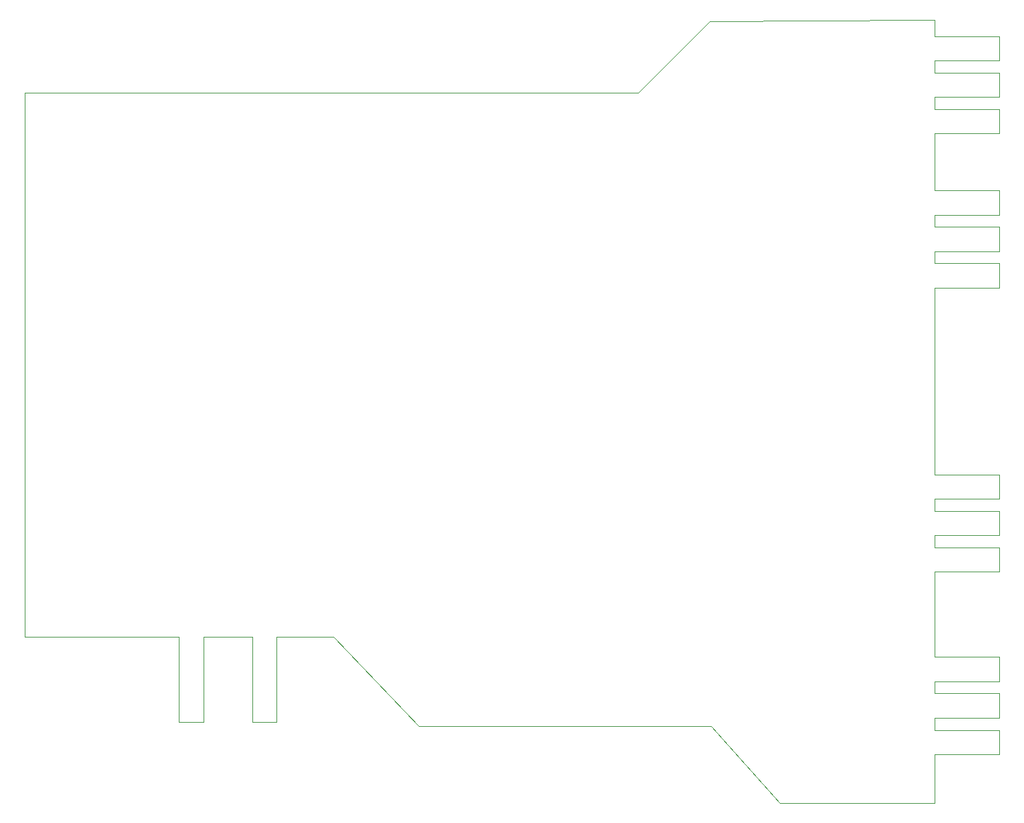
<source format=gbr>
%TF.GenerationSoftware,KiCad,Pcbnew,(6.0.7)*%
%TF.CreationDate,2022-12-24T23:10:44-08:00*%
%TF.ProjectId,ControlBoard,436f6e74-726f-46c4-926f-6172642e6b69,rev?*%
%TF.SameCoordinates,Original*%
%TF.FileFunction,Profile,NP*%
%FSLAX46Y46*%
G04 Gerber Fmt 4.6, Leading zero omitted, Abs format (unit mm)*
G04 Created by KiCad (PCBNEW (6.0.7)) date 2022-12-24 23:10:44*
%MOMM*%
%LPD*%
G01*
G04 APERTURE LIST*
%TA.AperFunction,Profile*%
%ADD10C,0.100000*%
%TD*%
G04 APERTURE END LIST*
D10*
X174500000Y-118500000D02*
X210500000Y-118500000D01*
X164000000Y-107500000D02*
X174500000Y-118500000D01*
X238000000Y-33500000D02*
X246000000Y-33500000D01*
X238000000Y-33000000D02*
X238000000Y-33500000D01*
X236500000Y-31500000D02*
X238000000Y-31500000D01*
X219000000Y-128000000D02*
X227000000Y-128000000D01*
X210500000Y-118500000D02*
X219000000Y-128000000D01*
X227000000Y-128000000D02*
X228000000Y-128000000D01*
X157000000Y-107500000D02*
X164000000Y-107500000D01*
X238000000Y-57000000D02*
X246000000Y-57000000D01*
X148000000Y-118000000D02*
X148000000Y-110000000D01*
X126000000Y-40500000D02*
X126000000Y-107500000D01*
X201500000Y-40500000D02*
X126000000Y-40500000D01*
X204000000Y-38000000D02*
X201500000Y-40500000D01*
X126000000Y-107500000D02*
X145000000Y-107500000D01*
X145000000Y-110000000D02*
X145000000Y-107500000D01*
X148000000Y-110000000D02*
X148000000Y-107500000D01*
X154000000Y-107500000D02*
X154000000Y-110000000D01*
X228000000Y-128000000D02*
X238000000Y-128000000D01*
X157000000Y-118000000D02*
X157000000Y-107500000D01*
X154000000Y-118000000D02*
X157000000Y-118000000D01*
X154000000Y-110000000D02*
X154000000Y-118000000D01*
X148000000Y-107500000D02*
X154000000Y-107500000D01*
X145000000Y-118000000D02*
X148000000Y-118000000D01*
X145000000Y-110000000D02*
X145000000Y-118000000D01*
X238000000Y-122000000D02*
X238000000Y-128000000D01*
X246000000Y-122000000D02*
X238000000Y-122000000D01*
X246000000Y-119000000D02*
X246000000Y-122000000D01*
X238000000Y-119000000D02*
X246000000Y-119000000D01*
X238000000Y-117500000D02*
X238000000Y-119000000D01*
X246000000Y-117500000D02*
X238000000Y-117500000D01*
X246000000Y-114500000D02*
X246000000Y-117500000D01*
X238000000Y-114500000D02*
X246000000Y-114500000D01*
X238000000Y-113000000D02*
X238000000Y-114500000D01*
X246000000Y-113000000D02*
X238000000Y-113000000D01*
X246000000Y-110000000D02*
X246000000Y-113000000D01*
X238000000Y-110000000D02*
X246000000Y-110000000D01*
X238000000Y-99500000D02*
X238000000Y-110000000D01*
X246000000Y-99500000D02*
X238000000Y-99500000D01*
X246000000Y-96500000D02*
X246000000Y-99500000D01*
X238000000Y-96500000D02*
X246000000Y-96500000D01*
X238000000Y-95000000D02*
X238000000Y-96500000D01*
X246000000Y-95000000D02*
X238000000Y-95000000D01*
X246000000Y-92000000D02*
X246000000Y-95000000D01*
X238000000Y-92000000D02*
X246000000Y-92000000D01*
X238000000Y-90500000D02*
X238000000Y-92000000D01*
X246000000Y-90500000D02*
X238000000Y-90500000D01*
X246000000Y-87500000D02*
X246000000Y-90500000D01*
X238000000Y-87500000D02*
X246000000Y-87500000D01*
X238000000Y-64500000D02*
X238000000Y-87500000D01*
X246000000Y-64500000D02*
X238000000Y-64500000D01*
X246000000Y-61500000D02*
X246000000Y-64500000D01*
X238000000Y-61500000D02*
X246000000Y-61500000D01*
X238000000Y-60000000D02*
X238000000Y-61500000D01*
X246000000Y-60000000D02*
X238000000Y-60000000D01*
X246000000Y-57000000D02*
X246000000Y-60000000D01*
X238000000Y-55500000D02*
X238000000Y-57000000D01*
X246000000Y-55500000D02*
X238000000Y-55500000D01*
X246000000Y-52500000D02*
X246000000Y-55500000D01*
X238000000Y-52500000D02*
X246000000Y-52500000D01*
X238000000Y-45500000D02*
X238000000Y-52500000D01*
X246000000Y-45500000D02*
X238000000Y-45500000D01*
X246000000Y-42500000D02*
X246000000Y-45500000D01*
X238000000Y-42500000D02*
X246000000Y-42500000D01*
X238000000Y-41000000D02*
X238000000Y-42500000D01*
X246000000Y-41000000D02*
X238000000Y-41000000D01*
X246000000Y-38000000D02*
X246000000Y-41000000D01*
X238000000Y-38000000D02*
X246000000Y-38000000D01*
X238000000Y-36500000D02*
X238000000Y-38000000D01*
X246000000Y-36500000D02*
X238000000Y-36500000D01*
X246000000Y-33500000D02*
X246000000Y-36500000D01*
X238000000Y-31500000D02*
X238000000Y-33000000D01*
X210330000Y-31670000D02*
X236500000Y-31500000D01*
X210330000Y-31670000D02*
X204000000Y-38000000D01*
M02*

</source>
